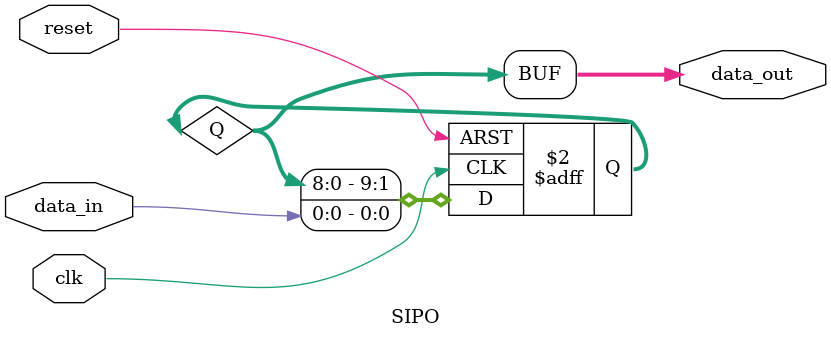
<source format=v>
/*	Joanna Mazer
	EE 371 Peckol Winter 2016
	Project 3: Extending a Microprocessor
	SIPO.v
	
	This verilog module functions as a serial in, parallel out
	shift register. As individual data bits are entered into 
	the system, the 10 bit output will shift once to the left
	accordingly.
*/


module SIPO(data_out, clk, reset, data_in); // Serial In -> Parallel Out (10 bits)

	input 			clk, reset;
	input 			data_in;
	output [9:0] 	data_out;

	reg [9:0] 		Q;
	reg 			load;

	assign data_out = Q; 
	
	always @(posedge clk or posedge reset) begin
		if (reset) 
			begin
				Q <= 10'b0;
			end
		else 
			begin // Shifts bits down in sequence. module holds 10 bits at a time
				Q[0] <= data_in;
				Q[1] <= Q[0];
				Q[2] <= Q[1];
				Q[3] <= Q[2];
				Q[4] <= Q[3];
				Q[5] <= Q[4];
				Q[6] <= Q[5];
				Q[7] <= Q[6];
				Q[8] <= Q[7];
				Q[9] <= Q[8];
			end
	end
endmodule 
	
/* 	always @(posedge clk or posedge reset) begin
		if (reset) 
			begin
				Q <= 10'b0000000000;
				count <= 3'b000;
			end
		else 
			begin
				if (count == 3'b111)
					begin   	// 8 bits from data_in
						load <= 1'b1;				// load enabled
						count <= 3'b000;			
					end
				else 
					begin 
						load <= 1'b0;
						count <= count + 1; 	   	// counting 8 bits from data_in
						Q[0] <= data_in;
						Q[1] <= Q[0];
						Q[2] <= Q[1];
						Q[3] <= Q[2];
						Q[4] <= Q[3];
						Q[5] <= Q[4];
						Q[6] <= Q[5];
						Q[7] <= Q[6];
						Q[8] <= Q[7];
						Q[9] <= Q[8];
					end
			end
	end
	
	assign data_out = Q; 

endmodule 

 */

 
</source>
